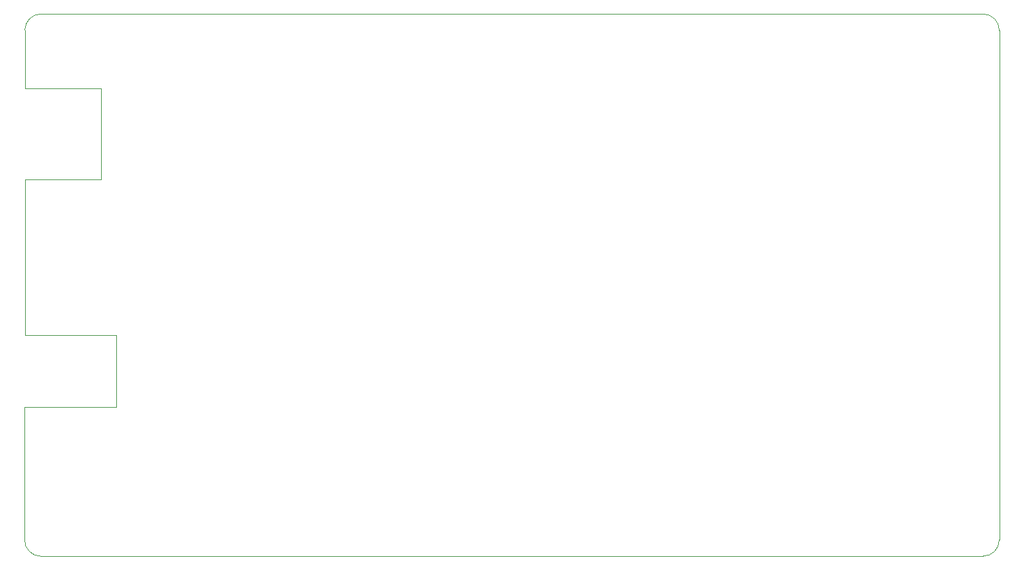
<source format=gbr>
G04 #@! TF.GenerationSoftware,KiCad,Pcbnew,(5.1.2)-2*
G04 #@! TF.CreationDate,2020-01-31T13:49:52-06:00*
G04 #@! TF.ProjectId,Igniter,49676e69-7465-4722-9e6b-696361645f70,rev?*
G04 #@! TF.SameCoordinates,Original*
G04 #@! TF.FileFunction,Profile,NP*
%FSLAX46Y46*%
G04 Gerber Fmt 4.6, Leading zero omitted, Abs format (unit mm)*
G04 Created by KiCad (PCBNEW (5.1.2)-2) date 2020-01-31 13:49:52*
%MOMM*%
%LPD*%
G04 APERTURE LIST*
%ADD10C,0.050000*%
G04 APERTURE END LIST*
D10*
X85115400Y-95707200D02*
X85115400Y-88226900D01*
X210007200Y-88252000D02*
X210007200Y-153631900D01*
X87185500Y-155727400D02*
G75*
G02X85089797Y-153606348I-204J2095653D01*
G01*
X210007352Y-153631900D02*
G75*
G02X207886300Y-155727400I-2095653J-1D01*
G01*
X207911497Y-86131248D02*
G75*
G02X210007200Y-88252300I204J-2095653D01*
G01*
X85115400Y-88226900D02*
G75*
G02X87236452Y-86131197I2095653J204D01*
G01*
X94869000Y-95707200D02*
X85115400Y-95707200D01*
X94869000Y-107365800D02*
X94869000Y-95707200D01*
X85115400Y-107365800D02*
X94869000Y-107365800D01*
X85115400Y-127381000D02*
X85115400Y-107365800D01*
X96799400Y-127381000D02*
X85115400Y-127381000D01*
X96799400Y-136601200D02*
X96799400Y-127381000D01*
X85090000Y-136601200D02*
X96799400Y-136601200D01*
X85090000Y-138836400D02*
X85090000Y-136601200D01*
X207911497Y-86131248D02*
X87236452Y-86131400D01*
X87185500Y-155727400D02*
X207886300Y-155727400D01*
X85090000Y-138836400D02*
X85089797Y-153606348D01*
M02*

</source>
